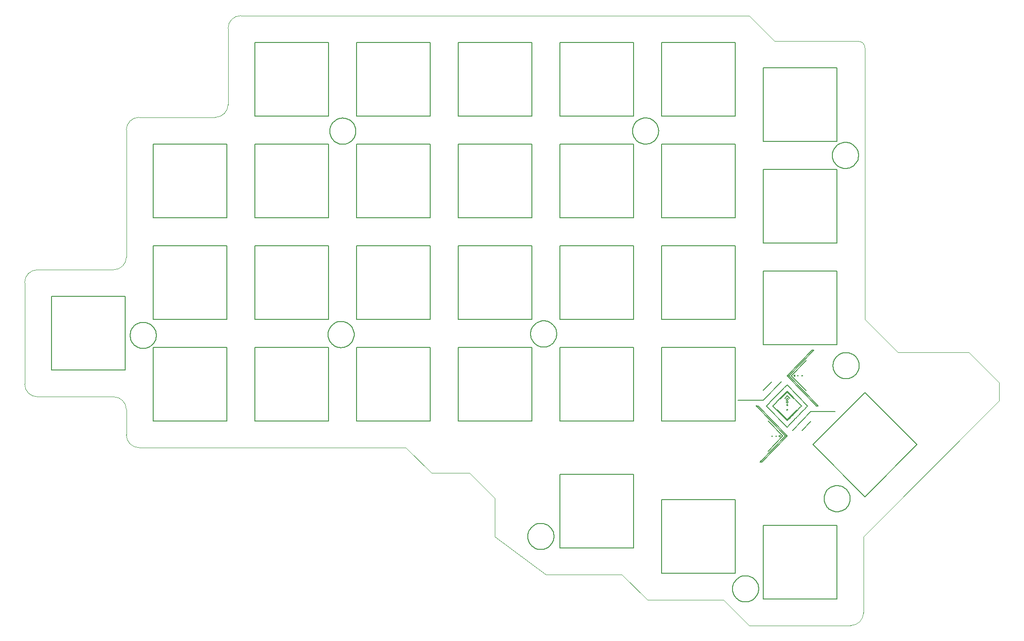
<source format=gbo>
G04 #@! TF.GenerationSoftware,KiCad,Pcbnew,5.1.9*
G04 #@! TF.CreationDate,2021-04-17T13:18:15+02:00*
G04 #@! TF.ProjectId,Crystal-Zeliska-plate,43727973-7461-46c2-9d5a-656c69736b61,rev?*
G04 #@! TF.SameCoordinates,Original*
G04 #@! TF.FileFunction,Legend,Bot*
G04 #@! TF.FilePolarity,Positive*
%FSLAX46Y46*%
G04 Gerber Fmt 4.6, Leading zero omitted, Abs format (unit mm)*
G04 Created by KiCad (PCBNEW 5.1.9) date 2021-04-17 13:18:15*
%MOMM*%
%LPD*%
G01*
G04 APERTURE LIST*
G04 #@! TA.AperFunction,Profile*
%ADD10C,0.200000*%
G04 #@! TD*
G04 #@! TA.AperFunction,Profile*
%ADD11C,0.100000*%
G04 #@! TD*
%ADD12C,0.200000*%
G04 APERTURE END LIST*
D10*
X136695831Y-131572496D02*
X136604622Y-131833222D01*
X136604622Y-131833222D02*
X136543981Y-132098811D01*
X136543981Y-132098811D02*
X136513425Y-132366835D01*
X136513425Y-132366835D02*
X136512471Y-132634862D01*
X136512471Y-132634862D02*
X136540636Y-132900465D01*
X136540636Y-132900465D02*
X136597435Y-133161214D01*
X136597435Y-133161214D02*
X136682387Y-133414680D01*
X136682387Y-133414680D02*
X136795008Y-133658433D01*
X136795008Y-133658433D02*
X136934814Y-133890044D01*
X136934814Y-133890044D02*
X137101322Y-134107083D01*
X137101322Y-134107083D02*
X137226924Y-134242482D01*
X137226924Y-134242482D02*
X137432899Y-134426523D01*
X137432899Y-134426523D02*
X137655066Y-134584184D01*
X137655066Y-134584184D02*
X137890994Y-134714982D01*
X137890994Y-134714982D02*
X138138254Y-134818433D01*
X138138254Y-134818433D02*
X138394418Y-134894055D01*
X138394418Y-134894055D02*
X138657054Y-134941363D01*
X138657054Y-134941363D02*
X138923736Y-134959875D01*
X138923736Y-134959875D02*
X139192032Y-134949108D01*
X139192032Y-134949108D02*
X139459514Y-134908578D01*
X139459514Y-134908578D02*
X139723752Y-134837802D01*
X139723752Y-134837802D02*
X139896910Y-134773576D01*
X139896910Y-134773576D02*
X140145765Y-134653708D01*
X140145765Y-134653708D02*
X140376445Y-134508787D01*
X140376445Y-134508787D02*
X140587572Y-134340872D01*
X140587572Y-134340872D02*
X140777771Y-134152022D01*
X140777771Y-134152022D02*
X140945666Y-133944297D01*
X140945666Y-133944297D02*
X141089880Y-133719756D01*
X141089880Y-133719756D02*
X141209037Y-133480459D01*
X141209037Y-133480459D02*
X141301762Y-133228465D01*
X141301762Y-133228465D02*
X141366677Y-132965834D01*
X141366677Y-132965834D02*
X141402408Y-132694624D01*
X141402408Y-132694624D02*
X141409336Y-132510070D01*
X141409336Y-132510070D02*
X141397347Y-132267917D01*
X141397347Y-132267917D02*
X141361825Y-132029866D01*
X141361825Y-132029866D02*
X141303434Y-131797524D01*
X141303434Y-131797524D02*
X141222841Y-131572496D01*
X141222841Y-131572496D02*
X141120710Y-131356388D01*
X141120710Y-131356388D02*
X140997707Y-131150809D01*
X140997707Y-131150809D02*
X140854498Y-130957363D01*
X140854498Y-130957363D02*
X140691748Y-130777659D01*
X140691748Y-130777659D02*
X140512043Y-130614908D01*
X140512043Y-130614908D02*
X140318597Y-130471699D01*
X140318597Y-130471699D02*
X140113017Y-130348696D01*
X140113017Y-130348696D02*
X139896910Y-130246565D01*
X139896910Y-130246565D02*
X139671882Y-130165971D01*
X139671882Y-130165971D02*
X139439539Y-130107581D01*
X139439539Y-130107581D02*
X139201488Y-130072058D01*
X139201488Y-130072058D02*
X138959336Y-130060070D01*
X139479271Y-92099999D02*
X139479271Y-92099999D01*
X177309267Y-139880091D02*
X177033483Y-139895600D01*
X177033483Y-139895600D02*
X176764904Y-139941212D01*
X176764904Y-139941212D02*
X176505589Y-140015551D01*
X176505589Y-140015551D02*
X176257599Y-140117239D01*
X176257599Y-140117239D02*
X176022991Y-140244902D01*
X176022991Y-140244902D02*
X175803827Y-140397162D01*
X175803827Y-140397162D02*
X175602165Y-140572644D01*
X175602165Y-140572644D02*
X175420065Y-140769972D01*
X175420065Y-140769972D02*
X175259586Y-140987770D01*
X175259586Y-140987770D02*
X175122787Y-141224661D01*
X175122787Y-141224661D02*
X175045762Y-141392517D01*
X175045762Y-141392517D02*
X174954553Y-141653243D01*
X174954553Y-141653243D02*
X174893912Y-141918832D01*
X174893912Y-141918832D02*
X174863356Y-142186856D01*
X174863356Y-142186856D02*
X174862402Y-142454883D01*
X174862402Y-142454883D02*
X174890567Y-142720486D01*
X174890567Y-142720486D02*
X174947366Y-142981235D01*
X174947366Y-142981235D02*
X175032318Y-143234701D01*
X175032318Y-143234701D02*
X175144939Y-143478454D01*
X175144939Y-143478454D02*
X175284745Y-143710065D01*
X175284745Y-143710065D02*
X175451253Y-143927104D01*
X175451253Y-143927104D02*
X175576855Y-144062503D01*
X175576855Y-144062503D02*
X175782830Y-144246544D01*
X175782830Y-144246544D02*
X176004997Y-144404205D01*
X176004997Y-144404205D02*
X176240925Y-144535003D01*
X176240925Y-144535003D02*
X176488185Y-144638454D01*
X176488185Y-144638454D02*
X176744349Y-144714076D01*
X176744349Y-144714076D02*
X177006985Y-144761384D01*
X177006985Y-144761384D02*
X177273667Y-144779896D01*
X177273667Y-144779896D02*
X177541963Y-144769128D01*
X177541963Y-144769128D02*
X177809445Y-144728598D01*
X177809445Y-144728598D02*
X178073683Y-144657822D01*
X178073683Y-144657822D02*
X178246841Y-144593596D01*
X99265626Y-93732564D02*
X99174417Y-93993290D01*
X99174417Y-93993290D02*
X99113777Y-94258879D01*
X99113777Y-94258879D02*
X99083221Y-94526903D01*
X99083221Y-94526903D02*
X99082267Y-94794930D01*
X99082267Y-94794930D02*
X99110432Y-95060533D01*
X99110432Y-95060533D02*
X99167231Y-95321282D01*
X99167231Y-95321282D02*
X99252183Y-95574748D01*
X99252183Y-95574748D02*
X99364804Y-95818501D01*
X99364804Y-95818501D02*
X99504610Y-96050112D01*
X99504610Y-96050112D02*
X99671118Y-96267151D01*
X99671118Y-96267151D02*
X99796720Y-96402550D01*
X99796720Y-96402550D02*
X100002695Y-96586591D01*
X100002695Y-96586591D02*
X100224862Y-96744252D01*
X100224862Y-96744252D02*
X100460790Y-96875050D01*
X100460790Y-96875050D02*
X100708050Y-96978501D01*
X100708050Y-96978501D02*
X100964214Y-97054123D01*
X100964214Y-97054123D02*
X101226850Y-97101431D01*
X101226850Y-97101431D02*
X101493532Y-97119943D01*
X101493532Y-97119943D02*
X101761828Y-97109175D01*
X101761828Y-97109175D02*
X102029310Y-97068645D01*
X102029310Y-97068645D02*
X102293548Y-96997869D01*
X102293548Y-96997869D02*
X102466706Y-96933643D01*
X102466706Y-96933643D02*
X102715561Y-96813776D01*
X102715561Y-96813776D02*
X102946241Y-96668855D01*
X102946241Y-96668855D02*
X103157368Y-96500940D01*
X103157368Y-96500940D02*
X103347567Y-96312090D01*
X103347567Y-96312090D02*
X103515461Y-96104365D01*
X103515461Y-96104365D02*
X103659675Y-95879824D01*
X103659675Y-95879824D02*
X103778833Y-95640527D01*
X103778833Y-95640527D02*
X103871557Y-95388533D01*
X103871557Y-95388533D02*
X103936473Y-95125902D01*
X103936473Y-95125902D02*
X103972204Y-94854692D01*
X103972204Y-94854692D02*
X103979132Y-94670138D01*
X103979132Y-94670138D02*
X103966482Y-94419639D01*
X103966482Y-94419639D02*
X103929356Y-94176377D01*
X103929356Y-94176377D02*
X103868984Y-93941583D01*
X103868984Y-93941583D02*
X103786598Y-93716487D01*
X103786598Y-93716487D02*
X103683430Y-93502322D01*
X103683430Y-93502322D02*
X103560710Y-93300319D01*
X103560710Y-93300319D02*
X103419670Y-93111710D01*
X103419670Y-93111710D02*
X103261543Y-92937726D01*
X103261543Y-92937726D02*
X103087559Y-92779599D01*
X103087559Y-92779599D02*
X102898949Y-92638559D01*
X102898949Y-92638559D02*
X102696946Y-92515839D01*
X102696946Y-92515839D02*
X102482781Y-92412671D01*
X102482781Y-92412671D02*
X102257686Y-92330285D01*
X102257686Y-92330285D02*
X102022891Y-92269913D01*
X102022891Y-92269913D02*
X101779629Y-92232787D01*
X101779629Y-92232787D02*
X101529131Y-92220138D01*
X64449197Y-92380158D02*
X64449197Y-92380158D01*
X158579307Y-54080004D02*
X158303523Y-54095513D01*
X158303523Y-54095513D02*
X158034944Y-54141125D01*
X158034944Y-54141125D02*
X157775629Y-54215464D01*
X157775629Y-54215464D02*
X157527639Y-54317152D01*
X157527639Y-54317152D02*
X157293031Y-54444814D01*
X157293031Y-54444814D02*
X157073867Y-54597075D01*
X157073867Y-54597075D02*
X156872205Y-54772557D01*
X156872205Y-54772557D02*
X156690105Y-54969885D01*
X156690105Y-54969885D02*
X156529626Y-55187682D01*
X156529626Y-55187682D02*
X156392827Y-55424573D01*
X156392827Y-55424573D02*
X156315802Y-55592429D01*
X156315802Y-55592429D02*
X156224593Y-55853155D01*
X156224593Y-55853155D02*
X156163952Y-56118745D01*
X156163952Y-56118745D02*
X156133396Y-56386768D01*
X156133396Y-56386768D02*
X156132442Y-56654796D01*
X156132442Y-56654796D02*
X156160607Y-56920399D01*
X156160607Y-56920399D02*
X156217406Y-57181148D01*
X156217406Y-57181148D02*
X156302358Y-57434614D01*
X156302358Y-57434614D02*
X156414979Y-57678367D01*
X156414979Y-57678367D02*
X156554785Y-57909977D01*
X156554785Y-57909977D02*
X156721293Y-58127017D01*
X156721293Y-58127017D02*
X156846895Y-58262416D01*
X156846895Y-58262416D02*
X157052870Y-58446457D01*
X157052870Y-58446457D02*
X157275037Y-58604118D01*
X157275037Y-58604118D02*
X157510965Y-58734916D01*
X157510965Y-58734916D02*
X157758225Y-58838367D01*
X157758225Y-58838367D02*
X158014389Y-58913988D01*
X158014389Y-58913988D02*
X158277025Y-58961297D01*
X158277025Y-58961297D02*
X158543707Y-58979808D01*
X158543707Y-58979808D02*
X158812003Y-58969041D01*
X158812003Y-58969041D02*
X159079485Y-58928511D01*
X159079485Y-58928511D02*
X159343723Y-58857735D01*
X159343723Y-58857735D02*
X159516881Y-58793509D01*
X159516881Y-58793509D02*
X159765736Y-58673641D01*
X159765736Y-58673641D02*
X159996416Y-58528720D01*
X159996416Y-58528720D02*
X160207543Y-58360805D01*
X160207543Y-58360805D02*
X160397742Y-58171955D01*
X160397742Y-58171955D02*
X160565637Y-57964230D01*
X160565637Y-57964230D02*
X160709851Y-57739690D01*
X160709851Y-57739690D02*
X160829008Y-57500393D01*
X160829008Y-57500393D02*
X160921733Y-57248399D01*
X160921733Y-57248399D02*
X160986648Y-56985767D01*
X160986648Y-56985767D02*
X161022379Y-56714558D01*
X161022379Y-56714558D02*
X161029307Y-56530004D01*
X161029307Y-56530004D02*
X161016657Y-56279505D01*
X161016657Y-56279505D02*
X160979531Y-56036243D01*
X160979531Y-56036243D02*
X160919159Y-55801448D01*
X160919159Y-55801448D02*
X160836773Y-55576353D01*
X160836773Y-55576353D02*
X160733605Y-55362188D01*
X160733605Y-55362188D02*
X160610885Y-55160185D01*
X160610885Y-55160185D02*
X160469846Y-54971576D01*
X160469846Y-54971576D02*
X160311718Y-54797592D01*
X160311718Y-54797592D02*
X160137734Y-54639464D01*
X160137734Y-54639464D02*
X159949125Y-54498425D01*
X159949125Y-54498425D02*
X159747122Y-54375705D01*
X159747122Y-54375705D02*
X159532957Y-54272537D01*
X159532957Y-54272537D02*
X159307862Y-54190151D01*
X159307862Y-54190151D02*
X159073067Y-54129779D01*
X159073067Y-54129779D02*
X158829805Y-54092653D01*
X158829805Y-54092653D02*
X158579307Y-54080004D01*
X101529131Y-92220138D02*
X101529131Y-92220138D01*
X101839271Y-54100077D02*
X101563487Y-54115586D01*
X101563487Y-54115586D02*
X101294908Y-54161199D01*
X101294908Y-54161199D02*
X101035593Y-54235537D01*
X101035593Y-54235537D02*
X100787603Y-54337225D01*
X100787603Y-54337225D02*
X100552995Y-54464888D01*
X100552995Y-54464888D02*
X100333831Y-54617148D01*
X100333831Y-54617148D02*
X100132169Y-54792631D01*
X100132169Y-54792631D02*
X99950068Y-54989959D01*
X99950068Y-54989959D02*
X99789589Y-55207756D01*
X99789589Y-55207756D02*
X99652791Y-55444647D01*
X99652791Y-55444647D02*
X99575765Y-55612503D01*
X99575765Y-55612503D02*
X99484556Y-55873229D01*
X99484556Y-55873229D02*
X99423916Y-56138818D01*
X99423916Y-56138818D02*
X99393360Y-56406842D01*
X99393360Y-56406842D02*
X99392406Y-56674869D01*
X99392406Y-56674869D02*
X99420571Y-56940472D01*
X99420571Y-56940472D02*
X99477370Y-57201221D01*
X99477370Y-57201221D02*
X99562322Y-57454687D01*
X99562322Y-57454687D02*
X99674943Y-57698440D01*
X99674943Y-57698440D02*
X99814749Y-57930051D01*
X99814749Y-57930051D02*
X99981257Y-58147090D01*
X99981257Y-58147090D02*
X100106859Y-58282489D01*
X100106859Y-58282489D02*
X100312834Y-58466530D01*
X100312834Y-58466530D02*
X100535001Y-58624191D01*
X100535001Y-58624191D02*
X100770929Y-58754989D01*
X100770929Y-58754989D02*
X101018189Y-58858440D01*
X101018189Y-58858440D02*
X101274353Y-58934062D01*
X101274353Y-58934062D02*
X101536989Y-58981370D01*
X101536989Y-58981370D02*
X101803671Y-58999882D01*
X101803671Y-58999882D02*
X102071967Y-58989114D01*
X102071967Y-58989114D02*
X102339449Y-58948584D01*
X102339449Y-58948584D02*
X102603687Y-58877808D01*
X102603687Y-58877808D02*
X102776845Y-58813582D01*
X102776845Y-58813582D02*
X103025700Y-58693715D01*
X103025700Y-58693715D02*
X103256380Y-58548794D01*
X103256380Y-58548794D02*
X103467507Y-58380879D01*
X103467507Y-58380879D02*
X103657706Y-58192029D01*
X103657706Y-58192029D02*
X103825600Y-57984304D01*
X103825600Y-57984304D02*
X103969814Y-57759763D01*
X103969814Y-57759763D02*
X104088972Y-57520466D01*
X104088972Y-57520466D02*
X104181696Y-57268472D01*
X104181696Y-57268472D02*
X104246612Y-57005841D01*
X104246612Y-57005841D02*
X104282343Y-56734631D01*
X104282343Y-56734631D02*
X104289271Y-56550077D01*
X104289271Y-56550077D02*
X104277282Y-56307924D01*
X104277282Y-56307924D02*
X104241759Y-56069873D01*
X104241759Y-56069873D02*
X104183369Y-55837531D01*
X104183369Y-55837531D02*
X104102775Y-55612503D01*
X104102775Y-55612503D02*
X104000644Y-55396395D01*
X104000644Y-55396395D02*
X103877641Y-55190816D01*
X103877641Y-55190816D02*
X103734432Y-54997370D01*
X103734432Y-54997370D02*
X103571682Y-54817666D01*
X103571682Y-54817666D02*
X103391977Y-54654915D01*
X103391977Y-54654915D02*
X103198531Y-54511705D01*
X103198531Y-54511705D02*
X102992952Y-54388703D01*
X102992952Y-54388703D02*
X102776845Y-54286572D01*
X102776845Y-54286572D02*
X102551816Y-54205978D01*
X102551816Y-54205978D02*
X102319474Y-54147588D01*
X102319474Y-54147588D02*
X102081423Y-54112065D01*
X102081423Y-54112065D02*
X101839271Y-54100077D01*
D11*
X182736236Y-39662123D02*
X198464420Y-39708640D01*
X199674420Y-40908640D02*
X199674420Y-91798640D01*
X199674420Y-91798640D02*
X205854420Y-97978640D01*
X219114420Y-97978640D02*
X224854420Y-103718640D01*
X224854420Y-103718640D02*
X224857219Y-107078640D01*
X224857219Y-107078640D02*
X199403716Y-132532143D01*
X199403716Y-132532143D02*
X199403716Y-146819643D01*
X197023736Y-149197083D02*
X177973736Y-149197083D01*
D10*
X196191759Y-123697663D02*
X196012054Y-123534912D01*
X196012054Y-123534912D02*
X195818608Y-123391703D01*
X195818608Y-123391703D02*
X195613028Y-123268700D01*
X195613028Y-123268700D02*
X195396921Y-123166570D01*
X195396921Y-123166570D02*
X195171893Y-123085976D01*
X195171893Y-123085976D02*
X194939550Y-123027586D01*
X194939550Y-123027586D02*
X194701499Y-122992063D01*
X194701499Y-122992063D02*
X194459347Y-122980075D01*
X177309267Y-139880091D02*
X177309267Y-139880091D01*
X64449197Y-92380158D02*
X64198698Y-92392807D01*
X64198698Y-92392807D02*
X63955436Y-92429933D01*
X63955436Y-92429933D02*
X63720642Y-92490305D01*
X63720642Y-92490305D02*
X63495546Y-92572691D01*
X63495546Y-92572691D02*
X63281382Y-92675859D01*
X63281382Y-92675859D02*
X63079379Y-92798579D01*
X63079379Y-92798579D02*
X62890770Y-92939619D01*
X62890770Y-92939619D02*
X62716786Y-93097746D01*
X62716786Y-93097746D02*
X62558658Y-93271730D01*
X62558658Y-93271730D02*
X62417619Y-93460339D01*
X62417619Y-93460339D02*
X62294899Y-93662342D01*
X62294899Y-93662342D02*
X62191731Y-93876507D01*
X62191731Y-93876507D02*
X62109345Y-94101603D01*
X62109345Y-94101603D02*
X62048973Y-94336397D01*
X62048973Y-94336397D02*
X62011847Y-94579659D01*
X62011847Y-94579659D02*
X61999198Y-94830158D01*
X61999198Y-94830158D02*
X62011847Y-95080656D01*
X62011847Y-95080656D02*
X62048973Y-95323918D01*
X62048973Y-95323918D02*
X62109345Y-95558713D01*
X62109345Y-95558713D02*
X62191731Y-95783808D01*
X62191731Y-95783808D02*
X62294899Y-95997973D01*
X62294899Y-95997973D02*
X62417619Y-96199976D01*
X62417619Y-96199976D02*
X62558658Y-96388586D01*
X62558658Y-96388586D02*
X62716786Y-96562570D01*
X62716786Y-96562570D02*
X62890770Y-96720697D01*
X62890770Y-96720697D02*
X63079379Y-96861737D01*
X63079379Y-96861737D02*
X63281382Y-96984457D01*
X63281382Y-96984457D02*
X63495546Y-97087625D01*
X63495546Y-97087625D02*
X63720642Y-97170011D01*
X63720642Y-97170011D02*
X63955436Y-97230383D01*
X63955436Y-97230383D02*
X64198698Y-97267509D01*
X64198698Y-97267509D02*
X64449197Y-97280159D01*
X64449197Y-97280159D02*
X64699695Y-97267509D01*
X64699695Y-97267509D02*
X64942957Y-97230383D01*
X64942957Y-97230383D02*
X65177752Y-97170011D01*
X65177752Y-97170011D02*
X65402848Y-97087625D01*
X65402848Y-97087625D02*
X65617013Y-96984457D01*
X65617013Y-96984457D02*
X65819016Y-96861737D01*
X65819016Y-96861737D02*
X66007625Y-96720697D01*
X66007625Y-96720697D02*
X66181609Y-96562570D01*
X66181609Y-96562570D02*
X66339737Y-96388586D01*
X66339737Y-96388586D02*
X66480776Y-96199976D01*
X66480776Y-96199976D02*
X66603496Y-95997973D01*
X66603496Y-95997973D02*
X66706664Y-95783808D01*
X66706664Y-95783808D02*
X66789050Y-95558713D01*
X66789050Y-95558713D02*
X66849422Y-95323918D01*
X66849422Y-95323918D02*
X66886548Y-95080656D01*
X66886548Y-95080656D02*
X66899198Y-94830158D01*
X66899198Y-94830158D02*
X66887209Y-94588005D01*
X66887209Y-94588005D02*
X66851687Y-94349954D01*
X66851687Y-94349954D02*
X66793296Y-94117612D01*
X66793296Y-94117612D02*
X66712703Y-93892584D01*
X66712703Y-93892584D02*
X66610572Y-93676476D01*
X66610572Y-93676476D02*
X66487569Y-93470897D01*
X66487569Y-93470897D02*
X66344360Y-93277451D01*
X66344360Y-93277451D02*
X66181610Y-93097747D01*
X66181610Y-93097747D02*
X66001904Y-92934996D01*
X66001904Y-92934996D02*
X65808459Y-92791786D01*
X65808459Y-92791786D02*
X65602879Y-92668784D01*
X65602879Y-92668784D02*
X65386772Y-92566653D01*
X65386772Y-92566653D02*
X65161743Y-92486059D01*
X65161743Y-92486059D02*
X64929400Y-92427669D01*
X64929400Y-92427669D02*
X64691349Y-92392146D01*
X64691349Y-92392146D02*
X64449197Y-92380158D01*
X194459347Y-122980075D02*
X194459347Y-122980075D01*
X101529131Y-92220138D02*
X101253347Y-92235647D01*
X101253347Y-92235647D02*
X100984768Y-92281260D01*
X100984768Y-92281260D02*
X100725454Y-92355598D01*
X100725454Y-92355598D02*
X100477463Y-92457286D01*
X100477463Y-92457286D02*
X100242856Y-92584949D01*
X100242856Y-92584949D02*
X100023692Y-92737209D01*
X100023692Y-92737209D02*
X99822030Y-92912692D01*
X99822030Y-92912692D02*
X99639929Y-93110020D01*
X99639929Y-93110020D02*
X99479450Y-93327817D01*
X99479450Y-93327817D02*
X99342652Y-93564708D01*
X99342652Y-93564708D02*
X99265626Y-93732564D01*
D11*
X177973736Y-34899623D02*
X182736236Y-39662123D01*
D10*
X194406889Y-102232615D02*
X194612864Y-102416656D01*
X194612864Y-102416656D02*
X194835031Y-102574317D01*
X194835031Y-102574317D02*
X195070959Y-102705115D01*
X195070959Y-102705115D02*
X195318219Y-102808566D01*
X195318219Y-102808566D02*
X195574383Y-102884187D01*
X195574383Y-102884187D02*
X195837019Y-102931496D01*
X195837019Y-102931496D02*
X196103701Y-102950007D01*
X196103701Y-102950007D02*
X196371997Y-102939240D01*
X196371997Y-102939240D02*
X196639479Y-102898710D01*
X196639479Y-102898710D02*
X196903717Y-102827934D01*
X196903717Y-102827934D02*
X197076875Y-102763708D01*
X197076875Y-102763708D02*
X197325730Y-102643840D01*
X197325730Y-102643840D02*
X197556410Y-102498919D01*
X197556410Y-102498919D02*
X197767537Y-102331004D01*
X197767537Y-102331004D02*
X197957736Y-102142154D01*
X197957736Y-102142154D02*
X198125630Y-101934429D01*
X198125630Y-101934429D02*
X198269844Y-101709889D01*
X198269844Y-101709889D02*
X198389002Y-101470592D01*
X198389002Y-101470592D02*
X198481726Y-101218598D01*
X198481726Y-101218598D02*
X198546642Y-100955966D01*
X198546642Y-100955966D02*
X198582373Y-100684757D01*
X198582373Y-100684757D02*
X198589301Y-100500203D01*
X198589301Y-100500203D02*
X198577312Y-100258050D01*
X198577312Y-100258050D02*
X198541789Y-100019999D01*
X198541789Y-100019999D02*
X198483399Y-99787656D01*
X198483399Y-99787656D02*
X198402805Y-99562628D01*
X198402805Y-99562628D02*
X198300674Y-99346520D01*
X198300674Y-99346520D02*
X198177671Y-99140941D01*
X198177671Y-99140941D02*
X198034462Y-98947495D01*
X198034462Y-98947495D02*
X197871712Y-98767791D01*
X197871712Y-98767791D02*
X197692007Y-98605040D01*
X197692007Y-98605040D02*
X197498561Y-98461831D01*
X197498561Y-98461831D02*
X197292982Y-98338828D01*
X197292982Y-98338828D02*
X197076874Y-98236698D01*
X197076874Y-98236698D02*
X196851846Y-98156104D01*
X196851846Y-98156104D02*
X196619503Y-98097714D01*
X196619503Y-98097714D02*
X196381452Y-98062191D01*
X196381452Y-98062191D02*
X196139300Y-98050203D01*
X196029326Y-58649982D02*
X195753542Y-58665491D01*
X195753542Y-58665491D02*
X195484963Y-58711103D01*
X195484963Y-58711103D02*
X195225648Y-58785442D01*
X195225648Y-58785442D02*
X194977658Y-58887130D01*
X194977658Y-58887130D02*
X194743050Y-59014792D01*
X194743050Y-59014792D02*
X194523886Y-59167053D01*
X194523886Y-59167053D02*
X194322224Y-59342535D01*
X194322224Y-59342535D02*
X194140124Y-59539863D01*
X194140124Y-59539863D02*
X193979645Y-59757660D01*
X193979645Y-59757660D02*
X193842846Y-59994551D01*
X193842846Y-59994551D02*
X193765821Y-60162407D01*
X193765821Y-60162407D02*
X193674612Y-60423133D01*
X193674612Y-60423133D02*
X193613971Y-60688723D01*
X193613971Y-60688723D02*
X193583415Y-60956746D01*
X193583415Y-60956746D02*
X193582461Y-61224774D01*
X193582461Y-61224774D02*
X193610626Y-61490377D01*
X193610626Y-61490377D02*
X193667425Y-61751126D01*
X193667425Y-61751126D02*
X193752377Y-62004592D01*
X193752377Y-62004592D02*
X193864998Y-62248345D01*
X193864998Y-62248345D02*
X194004804Y-62479956D01*
X194004804Y-62479956D02*
X194171312Y-62696995D01*
X194171312Y-62696995D02*
X194296914Y-62832394D01*
X194296914Y-62832394D02*
X194502889Y-63016435D01*
X194502889Y-63016435D02*
X194725056Y-63174096D01*
X194725056Y-63174096D02*
X194960984Y-63304894D01*
X194960984Y-63304894D02*
X195208244Y-63408345D01*
X195208244Y-63408345D02*
X195464408Y-63483967D01*
X195464408Y-63483967D02*
X195727044Y-63531275D01*
X195727044Y-63531275D02*
X195993726Y-63549787D01*
X195993726Y-63549787D02*
X196262022Y-63539019D01*
X196262022Y-63539019D02*
X196529504Y-63498489D01*
X196529504Y-63498489D02*
X196793742Y-63427713D01*
X196793742Y-63427713D02*
X196966900Y-63363487D01*
X196966900Y-63363487D02*
X197215755Y-63243620D01*
X197215755Y-63243620D02*
X197446435Y-63098699D01*
X197446435Y-63098699D02*
X197657562Y-62930784D01*
X197657562Y-62930784D02*
X197847761Y-62741934D01*
X197847761Y-62741934D02*
X198015656Y-62534209D01*
X198015656Y-62534209D02*
X198159870Y-62309668D01*
X198159870Y-62309668D02*
X198279027Y-62070371D01*
X198279027Y-62070371D02*
X198371752Y-61818377D01*
X198371752Y-61818377D02*
X198436667Y-61555746D01*
X198436667Y-61555746D02*
X198472398Y-61284536D01*
X198472398Y-61284536D02*
X198479326Y-61099982D01*
X198479326Y-61099982D02*
X198467337Y-60857829D01*
X198467337Y-60857829D02*
X198431815Y-60619778D01*
X198431815Y-60619778D02*
X198373424Y-60387435D01*
X198373424Y-60387435D02*
X198292831Y-60162407D01*
X198292831Y-60162407D02*
X198190700Y-59946299D01*
X198190700Y-59946299D02*
X198067697Y-59740720D01*
X198067697Y-59740720D02*
X197924488Y-59547274D01*
X197924488Y-59547274D02*
X197761738Y-59367570D01*
X137247376Y-58955963D02*
X137247376Y-72755783D01*
X123447556Y-72755783D02*
X123447556Y-58955963D01*
X123447556Y-91805783D02*
X137247376Y-91805783D01*
X137247376Y-78005963D02*
X123447556Y-78005963D01*
X137247376Y-78005963D02*
X137247376Y-91805783D01*
X123447556Y-91805783D02*
X123447556Y-78005963D01*
X123447556Y-110855783D02*
X123447556Y-97055963D01*
X137247376Y-97055963D02*
X137247376Y-110855783D01*
X194397376Y-63718463D02*
X194397376Y-77518283D01*
X180597556Y-77518283D02*
X180597556Y-63718463D01*
X180597556Y-96568283D02*
X180597556Y-82768463D01*
X194397376Y-82768463D02*
X194397376Y-96568283D01*
X194397376Y-82768463D02*
X180597556Y-82768463D01*
X180597556Y-96568283D02*
X194397376Y-96568283D01*
X189924436Y-115298243D02*
X199683116Y-125056923D01*
X209441796Y-115298243D02*
X199683116Y-105542103D01*
X99147376Y-39905963D02*
X85347556Y-39905963D01*
X85347556Y-53705783D02*
X99147376Y-53705783D01*
X85347556Y-72755783D02*
X85347556Y-58955963D01*
X99147376Y-58955963D02*
X99147376Y-72755783D01*
X99147376Y-58955963D02*
X85347556Y-58955963D01*
X85347556Y-72755783D02*
X99147376Y-72755783D01*
X85347556Y-91805783D02*
X85347556Y-78005963D01*
X99147376Y-78005963D02*
X99147376Y-91805783D01*
X175347376Y-39905963D02*
X161547556Y-39905963D01*
X161547556Y-53705783D02*
X175347376Y-53705783D01*
X66297556Y-72755783D02*
X66297556Y-58955963D01*
X80097376Y-58955963D02*
X80097376Y-72755783D01*
X80097376Y-58955963D02*
X66297556Y-58955963D01*
X66297556Y-72755783D02*
X80097376Y-72755783D01*
X66297556Y-110855783D02*
X80097376Y-110855783D01*
X80097376Y-97055963D02*
X66297556Y-97055963D01*
X175347376Y-58955963D02*
X175347376Y-72755783D01*
X161547556Y-72755783D02*
X161547556Y-58955963D01*
X161547556Y-91805783D02*
X161547556Y-78005963D01*
X175347376Y-78005963D02*
X175347376Y-91805783D01*
X175347376Y-78005963D02*
X161547556Y-78005963D01*
X161547556Y-91805783D02*
X175347376Y-91805783D01*
X161547556Y-110855783D02*
X161547556Y-97055963D01*
X175347376Y-97055963D02*
X175347376Y-110855783D01*
X118197376Y-39905963D02*
X118197376Y-53705783D01*
X104397556Y-53705783D02*
X104397556Y-39905963D01*
X104397556Y-72755783D02*
X118197376Y-72755783D01*
X118197376Y-58955963D02*
X104397556Y-58955963D01*
X118197376Y-58955963D02*
X118197376Y-72755783D01*
X104397556Y-72755783D02*
X104397556Y-58955963D01*
X104397556Y-110855783D02*
X104397556Y-97055963D01*
X118197376Y-97055963D02*
X118197376Y-110855783D01*
X156297376Y-97055963D02*
X142497556Y-97055963D01*
X142497556Y-110855783D02*
X156297376Y-110855783D01*
X142497556Y-134668283D02*
X156297376Y-134668283D01*
X156297376Y-120868463D02*
X142497556Y-120868463D01*
X156297376Y-120868463D02*
X156297376Y-134668283D01*
X142497556Y-134668283D02*
X142497556Y-120868463D01*
X161547556Y-72755783D02*
X175347376Y-72755783D01*
X175347376Y-58955963D02*
X161547556Y-58955963D01*
X178246841Y-144593596D02*
X178495696Y-144473729D01*
X178495696Y-144473729D02*
X178726376Y-144328808D01*
X178726376Y-144328808D02*
X178937503Y-144160893D01*
X178937503Y-144160893D02*
X179127702Y-143972043D01*
X179127702Y-143972043D02*
X179295597Y-143764318D01*
X179295597Y-143764318D02*
X179439811Y-143539777D01*
X179439811Y-143539777D02*
X179558968Y-143300480D01*
X179558968Y-143300480D02*
X179651693Y-143048486D01*
X179651693Y-143048486D02*
X179716608Y-142785855D01*
X179716608Y-142785855D02*
X179752339Y-142514645D01*
X179752339Y-142514645D02*
X179759267Y-142330091D01*
X179759267Y-142330091D02*
X179747278Y-142087938D01*
X179747278Y-142087938D02*
X179711756Y-141849887D01*
X179711756Y-141849887D02*
X179653365Y-141617545D01*
X179653365Y-141617545D02*
X179572772Y-141392517D01*
X179572772Y-141392517D02*
X179470641Y-141176409D01*
X179470641Y-141176409D02*
X179347638Y-140970830D01*
X179347638Y-140970830D02*
X179204429Y-140777384D01*
X179204429Y-140777384D02*
X179041679Y-140597680D01*
X179041679Y-140597680D02*
X178861974Y-140434929D01*
X178861974Y-140434929D02*
X178668528Y-140291719D01*
X178668528Y-140291719D02*
X178462948Y-140168717D01*
X178462948Y-140168717D02*
X178246841Y-140066586D01*
X178246841Y-140066586D02*
X178021813Y-139985992D01*
X178021813Y-139985992D02*
X177789470Y-139927602D01*
X177789470Y-139927602D02*
X177551419Y-139892079D01*
X177551419Y-139892079D02*
X177309267Y-139880091D01*
X138959336Y-130060070D02*
X138959336Y-130060070D01*
X194459347Y-122980075D02*
X194183563Y-122995584D01*
X194183563Y-122995584D02*
X193914984Y-123041196D01*
X193914984Y-123041196D02*
X193655669Y-123115535D01*
X193655669Y-123115535D02*
X193407679Y-123217223D01*
X193407679Y-123217223D02*
X193173071Y-123344885D01*
X193173071Y-123344885D02*
X192953907Y-123497146D01*
X192953907Y-123497146D02*
X192752245Y-123672628D01*
X192752245Y-123672628D02*
X192570145Y-123869956D01*
X192570145Y-123869956D02*
X192409666Y-124087753D01*
X192409666Y-124087753D02*
X192272867Y-124324644D01*
X192272867Y-124324644D02*
X192195842Y-124492500D01*
X192195842Y-124492500D02*
X192104633Y-124753226D01*
X192104633Y-124753226D02*
X192043992Y-125018816D01*
X192043992Y-125018816D02*
X192013436Y-125286839D01*
X192013436Y-125286839D02*
X192012482Y-125554867D01*
X192012482Y-125554867D02*
X192040647Y-125820470D01*
X192040647Y-125820470D02*
X192097446Y-126081219D01*
X192097446Y-126081219D02*
X192182398Y-126334685D01*
X192182398Y-126334685D02*
X192295019Y-126578438D01*
X192295019Y-126578438D02*
X192434825Y-126810048D01*
X192434825Y-126810048D02*
X192601333Y-127027088D01*
X192601333Y-127027088D02*
X192726935Y-127162487D01*
X192726935Y-127162487D02*
X192932910Y-127346528D01*
X192932910Y-127346528D02*
X193155077Y-127504189D01*
X193155077Y-127504189D02*
X193391005Y-127634987D01*
X193391005Y-127634987D02*
X193638265Y-127738438D01*
X193638265Y-127738438D02*
X193894429Y-127814059D01*
X193894429Y-127814059D02*
X194157065Y-127861368D01*
X194157065Y-127861368D02*
X194423747Y-127879879D01*
X194423747Y-127879879D02*
X194692043Y-127869112D01*
X194692043Y-127869112D02*
X194959525Y-127828582D01*
X194959525Y-127828582D02*
X195223763Y-127757806D01*
X195223763Y-127757806D02*
X195396921Y-127693580D01*
X195396921Y-127693580D02*
X195645776Y-127573712D01*
X195645776Y-127573712D02*
X195876456Y-127428791D01*
X195876456Y-127428791D02*
X196087583Y-127260876D01*
X196087583Y-127260876D02*
X196277782Y-127072026D01*
X196277782Y-127072026D02*
X196445677Y-126864301D01*
X196445677Y-126864301D02*
X196589891Y-126639761D01*
X196589891Y-126639761D02*
X196709048Y-126400464D01*
X196709048Y-126400464D02*
X196801773Y-126148470D01*
X196801773Y-126148470D02*
X196866688Y-125885838D01*
X196866688Y-125885838D02*
X196902419Y-125614629D01*
X196902419Y-125614629D02*
X196909347Y-125430075D01*
X196909347Y-125430075D02*
X196897358Y-125187922D01*
X196897358Y-125187922D02*
X196861836Y-124949871D01*
X196861836Y-124949871D02*
X196803445Y-124717528D01*
X196803445Y-124717528D02*
X196722852Y-124492500D01*
X196722852Y-124492500D02*
X196620721Y-124276392D01*
X196620721Y-124276392D02*
X196497718Y-124070813D01*
X196497718Y-124070813D02*
X196354509Y-123877367D01*
X196354509Y-123877367D02*
X196191759Y-123697663D01*
X137247376Y-97055963D02*
X123447556Y-97055963D01*
X123447556Y-110855783D02*
X137247376Y-110855783D01*
X142497556Y-53705783D02*
X156297376Y-53705783D01*
X156297376Y-39905963D02*
X142497556Y-39905963D01*
X156297376Y-39905963D02*
X156297376Y-53705783D01*
X142497556Y-53705783D02*
X142497556Y-39905963D01*
X142497556Y-72755783D02*
X156297376Y-72755783D01*
X156297376Y-58955963D02*
X142497556Y-58955963D01*
X175347376Y-97055963D02*
X161547556Y-97055963D01*
X161547556Y-110855783D02*
X175347376Y-110855783D01*
X180597556Y-58468283D02*
X180597556Y-44668463D01*
X194397376Y-44668463D02*
X194397376Y-58468283D01*
X194397376Y-44668463D02*
X180597556Y-44668463D01*
X180597556Y-58468283D02*
X194397376Y-58468283D01*
X180597556Y-77518283D02*
X194397376Y-77518283D01*
X194397376Y-63718463D02*
X180597556Y-63718463D01*
D11*
X63673735Y-115865347D02*
G75*
G02*
X61291216Y-113482143I685J2383204D01*
G01*
D10*
X158579307Y-54080004D02*
X158579307Y-54080004D01*
X101839271Y-54100077D02*
X101839271Y-54100077D01*
X161547556Y-139430783D02*
X175347376Y-139430783D01*
X175347376Y-125630963D02*
X161547556Y-125630963D01*
X175347376Y-125630963D02*
X175347376Y-139430783D01*
X161547556Y-139430783D02*
X161547556Y-125630963D01*
X161547556Y-53705783D02*
X161547556Y-39905963D01*
X175347376Y-39905963D02*
X175347376Y-53705783D01*
X80097376Y-78005963D02*
X66297556Y-78005963D01*
X66297556Y-91805783D02*
X80097376Y-91805783D01*
X47247556Y-101330783D02*
X61047376Y-101330783D01*
X61047376Y-87530963D02*
X47247556Y-87530963D01*
X61047376Y-87530963D02*
X61047376Y-101330783D01*
X47247556Y-101330783D02*
X47247556Y-87530963D01*
X85347556Y-53705783D02*
X85347556Y-39905963D01*
X99147376Y-39905963D02*
X99147376Y-53705783D01*
X80097376Y-97055963D02*
X80097376Y-110855783D01*
X66297556Y-110855783D02*
X66297556Y-97055963D01*
X104397556Y-91805783D02*
X104397556Y-78005963D01*
X118197376Y-78005963D02*
X118197376Y-91805783D01*
X118197376Y-78005963D02*
X104397556Y-78005963D01*
X104397556Y-91805783D02*
X118197376Y-91805783D01*
X66297556Y-91805783D02*
X66297556Y-78005963D01*
X80097376Y-78005963D02*
X80097376Y-91805783D01*
D11*
X118441216Y-120624623D02*
X113678716Y-115862123D01*
X113678716Y-115862123D02*
X63674244Y-115861361D01*
X61291216Y-113482143D02*
X61291216Y-108719643D01*
X58911236Y-106337123D02*
X44624244Y-106336361D01*
X42241216Y-103957143D02*
X42239831Y-84938638D01*
X44624244Y-82523861D02*
X58911744Y-82523861D01*
X61292994Y-80142611D02*
X61285413Y-56332126D01*
X63673736Y-53949623D02*
X77961744Y-53948861D01*
X177973736Y-149197083D02*
X173211236Y-144437123D01*
X173211236Y-144437123D02*
X158923736Y-144437123D01*
X158923736Y-144437123D02*
X154161236Y-139674623D01*
X154161236Y-139674623D02*
X139873736Y-139674623D01*
X139873736Y-139674623D02*
X130348736Y-132532143D01*
X130348736Y-132532143D02*
X130348736Y-125387123D01*
X130348736Y-125387123D02*
X125586236Y-120624623D01*
X125586236Y-120624623D02*
X118441216Y-120624623D01*
D10*
X209441796Y-115298243D02*
X199683116Y-125056923D01*
X189924436Y-115298243D02*
X199683116Y-105542103D01*
X180597556Y-144193283D02*
X180597556Y-130393463D01*
X194397376Y-130393463D02*
X194397376Y-144193283D01*
X194397376Y-130393463D02*
X180597556Y-130393463D01*
X180597556Y-144193283D02*
X194397376Y-144193283D01*
D11*
X44624244Y-106340347D02*
G75*
G02*
X42241216Y-103957143I176J2383204D01*
G01*
D10*
X156297376Y-58955963D02*
X156297376Y-72755783D01*
X142497556Y-72755783D02*
X142497556Y-58955963D01*
X142497556Y-91805783D02*
X142497556Y-78005963D01*
X156297376Y-78005963D02*
X156297376Y-91805783D01*
X156297376Y-78005963D02*
X142497556Y-78005963D01*
X142497556Y-91805783D02*
X156297376Y-91805783D01*
X142497556Y-110855783D02*
X142497556Y-97055963D01*
X156297376Y-97055963D02*
X156297376Y-110855783D01*
D11*
X42239831Y-84938638D02*
G75*
G02*
X44624245Y-82523862I2384589J29998D01*
G01*
X61285412Y-56332126D02*
G75*
G02*
X63673736Y-53949623I2389008J-6514D01*
G01*
X61290396Y-80142617D02*
G75*
G02*
X58911237Y-82524622I-2375976J-6023D01*
G01*
D10*
X99147376Y-78005963D02*
X85347556Y-78005963D01*
X85347556Y-91805783D02*
X99147376Y-91805783D01*
X85347556Y-110855783D02*
X99147376Y-110855783D01*
X99147376Y-97055963D02*
X85347556Y-97055963D01*
X99147376Y-97055963D02*
X99147376Y-110855783D01*
X85347556Y-110855783D02*
X85347556Y-97055963D01*
X104397556Y-53705783D02*
X118197376Y-53705783D01*
X118197376Y-39905963D02*
X104397556Y-39905963D01*
X196139300Y-98050203D02*
X195863516Y-98065712D01*
X195863516Y-98065712D02*
X195594937Y-98111324D01*
X195594937Y-98111324D02*
X195335623Y-98185663D01*
X195335623Y-98185663D02*
X195087632Y-98287351D01*
X195087632Y-98287351D02*
X194853025Y-98415013D01*
X194853025Y-98415013D02*
X194633861Y-98567274D01*
X194633861Y-98567274D02*
X194432199Y-98742756D01*
X194432199Y-98742756D02*
X194250098Y-98940084D01*
X194250098Y-98940084D02*
X194089619Y-99157881D01*
X194089619Y-99157881D02*
X193952821Y-99394772D01*
X193952821Y-99394772D02*
X193875795Y-99562628D01*
X193875795Y-99562628D02*
X193784586Y-99823354D01*
X193784586Y-99823354D02*
X193723945Y-100088944D01*
X193723945Y-100088944D02*
X193693390Y-100356967D01*
X193693390Y-100356967D02*
X193692436Y-100624995D01*
X193692436Y-100624995D02*
X193720600Y-100890598D01*
X193720600Y-100890598D02*
X193777400Y-101151347D01*
X193777400Y-101151347D02*
X193862352Y-101404813D01*
X193862352Y-101404813D02*
X193974972Y-101648566D01*
X193974972Y-101648566D02*
X194114778Y-101880177D01*
X194114778Y-101880177D02*
X194281287Y-102097216D01*
X194281287Y-102097216D02*
X194406889Y-102232615D01*
X197761738Y-59367570D02*
X197582033Y-59204819D01*
X197582033Y-59204819D02*
X197388587Y-59061610D01*
X197388587Y-59061610D02*
X197183007Y-58938607D01*
X197183007Y-58938607D02*
X196966900Y-58836477D01*
X196966900Y-58836477D02*
X196741872Y-58755883D01*
X196741872Y-58755883D02*
X196509529Y-58697493D01*
X196509529Y-58697493D02*
X196271478Y-58661970D01*
X196271478Y-58661970D02*
X196029326Y-58649982D01*
X196139300Y-98050203D02*
X196139300Y-98050203D01*
X139479271Y-92099999D02*
X139228772Y-92112648D01*
X139228772Y-92112648D02*
X138985510Y-92149774D01*
X138985510Y-92149774D02*
X138750716Y-92210146D01*
X138750716Y-92210146D02*
X138525620Y-92292532D01*
X138525620Y-92292532D02*
X138311455Y-92395700D01*
X138311455Y-92395700D02*
X138109452Y-92518420D01*
X138109452Y-92518420D02*
X137920843Y-92659459D01*
X137920843Y-92659459D02*
X137746859Y-92817587D01*
X137746859Y-92817587D02*
X137588732Y-92991571D01*
X137588732Y-92991571D02*
X137447692Y-93180180D01*
X137447692Y-93180180D02*
X137324972Y-93382183D01*
X137324972Y-93382183D02*
X137221804Y-93596348D01*
X137221804Y-93596348D02*
X137139418Y-93821443D01*
X137139418Y-93821443D02*
X137079046Y-94056238D01*
X137079046Y-94056238D02*
X137041920Y-94299500D01*
X137041920Y-94299500D02*
X137029271Y-94549999D01*
X137029271Y-94549999D02*
X137041920Y-94800497D01*
X137041920Y-94800497D02*
X137079046Y-95043759D01*
X137079046Y-95043759D02*
X137139418Y-95278554D01*
X137139418Y-95278554D02*
X137221804Y-95503649D01*
X137221804Y-95503649D02*
X137324972Y-95717814D01*
X137324972Y-95717814D02*
X137447692Y-95919817D01*
X137447692Y-95919817D02*
X137588732Y-96108426D01*
X137588732Y-96108426D02*
X137746859Y-96282410D01*
X137746859Y-96282410D02*
X137920843Y-96440538D01*
X137920843Y-96440538D02*
X138109452Y-96581577D01*
X138109452Y-96581577D02*
X138311455Y-96704297D01*
X138311455Y-96704297D02*
X138525620Y-96807465D01*
X138525620Y-96807465D02*
X138750716Y-96889851D01*
X138750716Y-96889851D02*
X138985510Y-96950223D01*
X138985510Y-96950223D02*
X139228772Y-96987349D01*
X139228772Y-96987349D02*
X139479271Y-96999999D01*
X139479271Y-96999999D02*
X139729769Y-96987349D01*
X139729769Y-96987349D02*
X139973031Y-96950223D01*
X139973031Y-96950223D02*
X140207826Y-96889851D01*
X140207826Y-96889851D02*
X140432921Y-96807465D01*
X140432921Y-96807465D02*
X140647086Y-96704297D01*
X140647086Y-96704297D02*
X140849089Y-96581577D01*
X140849089Y-96581577D02*
X141037699Y-96440538D01*
X141037699Y-96440538D02*
X141211683Y-96282410D01*
X141211683Y-96282410D02*
X141369810Y-96108426D01*
X141369810Y-96108426D02*
X141510850Y-95919817D01*
X141510850Y-95919817D02*
X141633570Y-95717814D01*
X141633570Y-95717814D02*
X141736738Y-95503649D01*
X141736738Y-95503649D02*
X141819124Y-95278554D01*
X141819124Y-95278554D02*
X141879496Y-95043759D01*
X141879496Y-95043759D02*
X141916622Y-94800497D01*
X141916622Y-94800497D02*
X141929272Y-94549999D01*
X141929272Y-94549999D02*
X141917283Y-94307846D01*
X141917283Y-94307846D02*
X141881760Y-94069795D01*
X141881760Y-94069795D02*
X141823370Y-93837452D01*
X141823370Y-93837452D02*
X141742776Y-93612424D01*
X141742776Y-93612424D02*
X141640645Y-93396316D01*
X141640645Y-93396316D02*
X141517642Y-93190737D01*
X141517642Y-93190737D02*
X141374433Y-92997291D01*
X141374433Y-92997291D02*
X141211683Y-92817587D01*
X141211683Y-92817587D02*
X141031978Y-92654836D01*
X141031978Y-92654836D02*
X140838532Y-92511627D01*
X140838532Y-92511627D02*
X140632953Y-92388624D01*
X140632953Y-92388624D02*
X140416845Y-92286494D01*
X140416845Y-92286494D02*
X140191817Y-92205900D01*
X140191817Y-92205900D02*
X139959474Y-92147510D01*
X139959474Y-92147510D02*
X139721423Y-92111987D01*
X139721423Y-92111987D02*
X139479271Y-92099999D01*
X196029326Y-58649982D02*
X196029326Y-58649982D01*
X138959336Y-130060070D02*
X138683552Y-130075579D01*
X138683552Y-130075579D02*
X138414973Y-130121192D01*
X138414973Y-130121192D02*
X138155658Y-130195530D01*
X138155658Y-130195530D02*
X137907668Y-130297218D01*
X137907668Y-130297218D02*
X137673060Y-130424881D01*
X137673060Y-130424881D02*
X137453896Y-130577141D01*
X137453896Y-130577141D02*
X137252234Y-130752624D01*
X137252234Y-130752624D02*
X137070134Y-130949952D01*
X137070134Y-130949952D02*
X136909655Y-131167749D01*
X136909655Y-131167749D02*
X136772856Y-131404640D01*
X136772856Y-131404640D02*
X136695831Y-131572496D01*
X118197376Y-97055963D02*
X104397556Y-97055963D01*
X104397556Y-110855783D02*
X118197376Y-110855783D01*
X123447556Y-53705783D02*
X137247376Y-53705783D01*
X137247376Y-39905963D02*
X123447556Y-39905963D01*
X137247376Y-39905963D02*
X137247376Y-53705783D01*
X123447556Y-53705783D02*
X123447556Y-39905963D01*
X123447556Y-72755783D02*
X137247376Y-72755783D01*
X137247376Y-58955963D02*
X123447556Y-58955963D01*
D11*
X80342994Y-51567611D02*
X80341216Y-37282143D01*
X82723736Y-34899623D02*
X177973736Y-34899623D01*
X205854420Y-97978640D02*
X219114420Y-97978640D01*
X199402863Y-146819643D02*
G75*
G02*
X197024420Y-149197083I-2378443J1003D01*
G01*
X198464420Y-39708599D02*
G75*
G02*
X199674420Y-40908640I0J-1210041D01*
G01*
X80345407Y-37282136D02*
G75*
G02*
X82723737Y-34899624I2379013J3496D01*
G01*
X58911241Y-106341847D02*
G75*
G02*
X61291215Y-108719642I3179J-2376793D01*
G01*
X80345404Y-51567609D02*
G75*
G02*
X77961237Y-53949622I-2380984J-1031D01*
G01*
D12*
X184518256Y-104650747D02*
X184675936Y-104487867D01*
X184675936Y-104487867D02*
X184833083Y-104325539D01*
X184833083Y-104325539D02*
X184985289Y-104168315D01*
X184985289Y-104168315D02*
X185082847Y-104067542D01*
X186387124Y-102308387D02*
X186465450Y-102274874D01*
X187073035Y-102389295D02*
X187089228Y-102348913D01*
X183039584Y-113641576D02*
X182988506Y-113676831D01*
X183156093Y-106057820D02*
X183155213Y-106058728D01*
X185082847Y-112030469D02*
X181228459Y-108049005D01*
X187009601Y-110040192D02*
X187010480Y-110039283D01*
X179270242Y-108037049D02*
X184760175Y-113701871D01*
X183155213Y-106058728D02*
X183298358Y-105910863D01*
X183298358Y-105910863D02*
X183439866Y-105764690D01*
X183439866Y-105764690D02*
X183579203Y-105620759D01*
X183579203Y-105620759D02*
X183760688Y-105433291D01*
X183760688Y-105433291D02*
X183936101Y-105252094D01*
X183936101Y-105252094D02*
X184104180Y-105078474D01*
X184104180Y-105078474D02*
X184263660Y-104913736D01*
X184263660Y-104913736D02*
X184413276Y-104759187D01*
X184413276Y-104759187D02*
X184518256Y-104650747D01*
X182266496Y-113641376D02*
X182266496Y-113641376D01*
X183039584Y-113641576D02*
X183039584Y-113641576D01*
X183702456Y-113584264D02*
X183702456Y-113584264D01*
X183078678Y-113658304D02*
X183039584Y-113641576D01*
X185114831Y-110659890D02*
X183284141Y-108768848D01*
X183094871Y-113698685D02*
X183078678Y-113658304D01*
X183060741Y-113751448D02*
X183094871Y-113698685D01*
X187811854Y-108045440D02*
X187665121Y-108197009D01*
X187665121Y-108197009D02*
X187513694Y-108353429D01*
X187513694Y-108353429D02*
X187344721Y-108527971D01*
X187344721Y-108527971D02*
X187247263Y-108628643D01*
X180650614Y-106968641D02*
X184036042Y-103471109D01*
X182417812Y-108045440D02*
X182564544Y-107893869D01*
X182564544Y-107893869D02*
X182715971Y-107737449D01*
X182715971Y-107737449D02*
X182884944Y-107562905D01*
X182884944Y-107562905D02*
X182982403Y-107462234D01*
X185114833Y-105259499D02*
X185114833Y-105259499D01*
X185884220Y-110036625D02*
X187042467Y-108840192D01*
X189991475Y-97662878D02*
X190104602Y-97546023D01*
X185416000Y-102389210D02*
X190841931Y-107994253D01*
X185114828Y-107743073D02*
X185012971Y-107813375D01*
X187862180Y-102348772D02*
X187901410Y-102331986D01*
X183813225Y-113698685D02*
X183780782Y-113617778D01*
X183187199Y-107250685D02*
X183330344Y-107102820D01*
X183330344Y-107102820D02*
X183471852Y-106956647D01*
X183471852Y-106956647D02*
X183611189Y-106812716D01*
X183611189Y-106812716D02*
X183792674Y-106625248D01*
X183792674Y-106625248D02*
X183968088Y-106444051D01*
X183968088Y-106444051D02*
X184136166Y-106270431D01*
X184136166Y-106270431D02*
X184295646Y-106105693D01*
X184295646Y-106105693D02*
X184445262Y-105951144D01*
X184445262Y-105951144D02*
X184550242Y-105842704D01*
X185232146Y-107222239D02*
X185114828Y-107172043D01*
X185225078Y-107856957D02*
X185192786Y-107776429D01*
X175863269Y-106968622D02*
X180650626Y-106968622D01*
X185114831Y-110659890D02*
X186944415Y-108769987D01*
X187010480Y-110039283D02*
X186867334Y-110187147D01*
X186867334Y-110187147D02*
X186725826Y-110333320D01*
X186725826Y-110333320D02*
X186586489Y-110477251D01*
X186586489Y-110477251D02*
X186405005Y-110664719D01*
X186405005Y-110664719D02*
X186229591Y-110845916D01*
X186229591Y-110845916D02*
X186061513Y-111019536D01*
X186061513Y-111019536D02*
X185902033Y-111184274D01*
X185902033Y-111184274D02*
X185752417Y-111338823D01*
X185752417Y-111338823D02*
X185647438Y-111447264D01*
X189773297Y-97545795D02*
X185084419Y-102389260D01*
X190104602Y-97546023D02*
X189773297Y-97545795D01*
X188648227Y-99563661D02*
X185912784Y-102389295D01*
X183624131Y-113779593D02*
X183744846Y-113804398D01*
X185114831Y-105430792D02*
X185739771Y-106076336D01*
X194078015Y-109125850D02*
X189510795Y-109125850D01*
X185119769Y-110654680D02*
X185104429Y-110670519D01*
X185114828Y-108685377D02*
X185114828Y-108685377D01*
X185739771Y-106076336D02*
X186364937Y-106722117D01*
X185114828Y-107172043D02*
X185114828Y-107172043D01*
X184961545Y-107277840D02*
X184997510Y-107464612D01*
X185679424Y-110248173D02*
X185521742Y-110411052D01*
X185521742Y-110411052D02*
X185364595Y-110573380D01*
X185364595Y-110573380D02*
X185212390Y-110730604D01*
X185212390Y-110730604D02*
X185114833Y-110831378D01*
X180063185Y-118542390D02*
X180395707Y-118542039D01*
X180235484Y-118364412D02*
X180063185Y-118542390D01*
X181793050Y-107465800D02*
X181934439Y-107319749D01*
X181934439Y-107319749D02*
X182086640Y-107162530D01*
X182086640Y-107162530D02*
X182248388Y-106995450D01*
X182248388Y-106995450D02*
X182418419Y-106819814D01*
X182418419Y-106819814D02*
X182595469Y-106636927D01*
X182595469Y-106636927D02*
X182778274Y-106448095D01*
X182778274Y-106448095D02*
X182918394Y-106303355D01*
X182918394Y-106303355D02*
X183060507Y-106156557D01*
X183060507Y-106156557D02*
X183156093Y-106057820D01*
X185084419Y-102389260D02*
X190505710Y-107989285D01*
X185251680Y-106659647D02*
X185114828Y-106601094D01*
X185173484Y-108710474D02*
X185114828Y-108685377D01*
X190841931Y-107994253D02*
X190890031Y-108043923D01*
X185114828Y-106601094D02*
X184942107Y-106710809D01*
X184942107Y-106710809D02*
X184936023Y-106724506D01*
X185012971Y-107813375D02*
X185036870Y-107937485D01*
X183702456Y-113584264D02*
X183600119Y-113654898D01*
X181519679Y-110873051D02*
X184255122Y-113698685D01*
X183780782Y-113617778D02*
X183702456Y-113584264D01*
X179381127Y-108151595D02*
X179270239Y-108037050D01*
X185114828Y-107743073D02*
X185114828Y-107743073D01*
X188937235Y-108049005D02*
X188790502Y-108200575D01*
X188790502Y-108200575D02*
X188639074Y-108356994D01*
X188639074Y-108356994D02*
X188470102Y-108531538D01*
X188470102Y-108531538D02*
X188372644Y-108632210D01*
X187167416Y-102429678D02*
X187107165Y-102442058D01*
X179270239Y-108037050D02*
X179610185Y-108043951D01*
X185114831Y-106115846D02*
X185583944Y-106600427D01*
X187880179Y-102442242D02*
X187845930Y-102389295D01*
X184645796Y-106600344D02*
X185114831Y-106115846D01*
X182982403Y-107462234D02*
X183123792Y-107316182D01*
X183123792Y-107316182D02*
X183275993Y-107158963D01*
X183275993Y-107158963D02*
X183437741Y-106991883D01*
X183437741Y-106991883D02*
X183607771Y-106816246D01*
X183607771Y-106816246D02*
X183784821Y-106633359D01*
X183784821Y-106633359D02*
X183967626Y-106444527D01*
X183967626Y-106444527D02*
X184107746Y-106299788D01*
X184107746Y-106299788D02*
X184249859Y-106152990D01*
X184249859Y-106152990D02*
X184345445Y-106054253D01*
X184345445Y-106054253D02*
X183187199Y-107250685D01*
X187128322Y-102332186D02*
X187128322Y-102332186D01*
X188372644Y-108632210D02*
X188231253Y-108778261D01*
X188231253Y-108778261D02*
X188079053Y-108935480D01*
X188079053Y-108935480D02*
X187917305Y-109102561D01*
X187917305Y-109102561D02*
X187747274Y-109278197D01*
X187747274Y-109278197D02*
X187570224Y-109461084D01*
X187570224Y-109461084D02*
X187387419Y-109649916D01*
X187387419Y-109649916D02*
X187247299Y-109794656D01*
X187247299Y-109794656D02*
X187105186Y-109941454D01*
X187105186Y-109941454D02*
X187009601Y-110040192D01*
X185308365Y-106801011D02*
X185251680Y-106659647D01*
X184997510Y-107464612D02*
X185178320Y-107501762D01*
X184752336Y-113698640D02*
X180063185Y-118542383D01*
X185084420Y-113698640D02*
X179671164Y-108106909D01*
X190890031Y-108043923D02*
X190558666Y-108043923D01*
X184550242Y-105842704D02*
X184707923Y-105679824D01*
X184707923Y-105679824D02*
X184865070Y-105517496D01*
X184865070Y-105517496D02*
X185017275Y-105360272D01*
X185017275Y-105360272D02*
X185114833Y-105259499D01*
X180650614Y-105142068D02*
X182267563Y-103471109D01*
X181228459Y-108049005D02*
X181375191Y-107897435D01*
X181375191Y-107897435D02*
X181526619Y-107741015D01*
X181526619Y-107741015D02*
X181695591Y-107566471D01*
X181695591Y-107566471D02*
X181793050Y-107465800D01*
X187107165Y-102442058D02*
X187073035Y-102389295D01*
X185056172Y-108831654D02*
X185146572Y-108850229D01*
X187901410Y-102331986D02*
X187952666Y-102367364D01*
X187128322Y-102332186D02*
X187179400Y-102367440D01*
X190558666Y-108043923D02*
X190505726Y-107989233D01*
X184977976Y-106942375D02*
X185175213Y-106990951D01*
X185175213Y-106990951D02*
X185188892Y-106985711D01*
X185038190Y-108738274D02*
X185056172Y-108831654D01*
X185084420Y-102389210D02*
X185416000Y-102389210D01*
X182215240Y-113676754D02*
X182227266Y-113739209D01*
X182266496Y-113641376D02*
X182215240Y-113676754D01*
X187952666Y-102367364D02*
X187940640Y-102429819D01*
X189510795Y-109125850D02*
X194078015Y-109125850D01*
X183744846Y-113804398D02*
X183813225Y-113698685D01*
X185114833Y-110831378D02*
X182417812Y-108045440D01*
X185036870Y-107937485D02*
X185157019Y-107962173D01*
X187089228Y-102348913D02*
X187128322Y-102332186D01*
X185197780Y-108771064D02*
X185173484Y-108710474D01*
X183600119Y-113654898D02*
X183624131Y-113779593D01*
X185146572Y-108850229D02*
X185197780Y-108771064D01*
X185114828Y-107172043D02*
X184961545Y-107277840D01*
X186567787Y-102345508D02*
X186543775Y-102470203D01*
X186465450Y-102274874D02*
X186567787Y-102345508D01*
X187845930Y-102389295D02*
X187862180Y-102348772D01*
X183000490Y-113739068D02*
X183060741Y-113751448D01*
X182988506Y-113676831D02*
X183000490Y-113739068D01*
X185647438Y-111447264D02*
X185489756Y-111610143D01*
X185489756Y-111610143D02*
X185332609Y-111772471D01*
X185332609Y-111772471D02*
X185180404Y-111929695D01*
X185180404Y-111929695D02*
X185082847Y-112030469D01*
X185082847Y-104067542D02*
X188937235Y-108049005D01*
X189510792Y-109125822D02*
X186125364Y-112623353D01*
X185157019Y-107962173D02*
X185225078Y-107856957D01*
X179610185Y-108043951D02*
X179671165Y-108106940D01*
X189510792Y-110952394D02*
X187893843Y-112623353D01*
X180395707Y-118541934D02*
X185084420Y-113698640D01*
X187901410Y-102331986D02*
X187901410Y-102331986D01*
X185188892Y-106985711D02*
X185307139Y-106823514D01*
X185307139Y-106823514D02*
X185308365Y-106801011D01*
X189510795Y-109125850D02*
X189296855Y-109346843D01*
X185114828Y-106601094D02*
X185114828Y-106601094D01*
X185192786Y-107776429D02*
X185114828Y-107743073D01*
X185178320Y-107501762D02*
X185280740Y-107343425D01*
X185280740Y-107343425D02*
X185232146Y-107222239D01*
X185912784Y-102389295D02*
X188647964Y-105214658D01*
X186354681Y-102389295D02*
X186387124Y-102308387D01*
X182305726Y-113658162D02*
X182266496Y-113641376D01*
X182321976Y-113698685D02*
X182305726Y-113658162D01*
X186465450Y-102274874D02*
X186465450Y-102274874D01*
X185114833Y-105259499D02*
X187811854Y-108045440D01*
X186423060Y-102495007D02*
X186354681Y-102389295D01*
X186543775Y-102470203D02*
X186423060Y-102495007D01*
X184489246Y-106077002D02*
X183864249Y-106722605D01*
X184936023Y-106724506D02*
X184963437Y-106925567D01*
X184963437Y-106925567D02*
X184977976Y-106942375D01*
X184489246Y-106077002D02*
X185114831Y-105430792D01*
X187042467Y-108840192D02*
X186899321Y-108988056D01*
X186899321Y-108988056D02*
X186757813Y-109134230D01*
X186757813Y-109134230D02*
X186618476Y-109278161D01*
X186618476Y-109278161D02*
X186436991Y-109465629D01*
X186436991Y-109465629D02*
X186261577Y-109646826D01*
X186261577Y-109646826D02*
X186093499Y-109820446D01*
X186093499Y-109820446D02*
X185934019Y-109985183D01*
X185934019Y-109985183D02*
X185784403Y-110139732D01*
X185784403Y-110139732D02*
X185679424Y-110248173D01*
X187247263Y-108628643D02*
X187105873Y-108774694D01*
X187105873Y-108774694D02*
X186953672Y-108931913D01*
X186953672Y-108931913D02*
X186791924Y-109098993D01*
X186791924Y-109098993D02*
X186621894Y-109274630D01*
X186621894Y-109274630D02*
X186444844Y-109457517D01*
X186444844Y-109457517D02*
X186262039Y-109646349D01*
X186262039Y-109646349D02*
X186121919Y-109791089D01*
X186121919Y-109791089D02*
X185979805Y-109937887D01*
X185979805Y-109937887D02*
X185884220Y-110036625D01*
X180650626Y-106968622D02*
X180826042Y-106787423D01*
X190104603Y-97546030D02*
X185416000Y-102389210D01*
X180395707Y-118542039D02*
X180510670Y-118423279D01*
X185082847Y-104067542D02*
X185082847Y-104067542D01*
X185114828Y-108685377D02*
X185038190Y-108738274D01*
X187179400Y-102367440D02*
X187167416Y-102429678D01*
X182287727Y-113751632D02*
X182321976Y-113698685D01*
X182227266Y-113739209D02*
X182287727Y-113751632D01*
X184255122Y-113698685D02*
X181519941Y-116524049D01*
X187940640Y-102429819D02*
X187880179Y-102442242D01*
X185084420Y-113698640D02*
X184752336Y-113698640D01*
M02*

</source>
